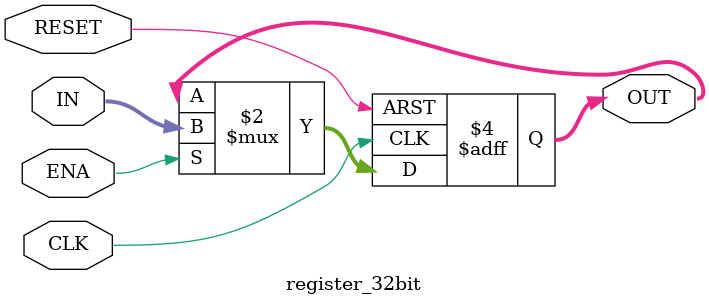
<source format=v>
module register_32bit (IN, OUT, RESET, CLK, ENA);

    input [31:0] IN;
    input RESET, CLK, ENA;
    output reg [31:0] OUT;

    always @(posedge CLK or posedge RESET) 
    begin
        if (RESET)  OUT <= 32'b0;
        else if (ENA)  OUT <= IN;
    end

endmodule
</source>
